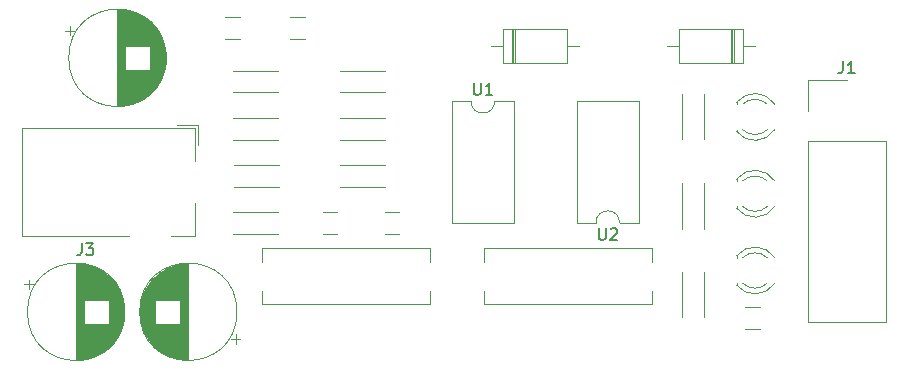
<source format=gbr>
%TF.GenerationSoftware,KiCad,Pcbnew,8.0.6*%
%TF.CreationDate,2024-11-02T03:13:20+03:00*%
%TF.ProjectId,kicad,6b696361-642e-46b6-9963-61645f706362,rev?*%
%TF.SameCoordinates,Original*%
%TF.FileFunction,Legend,Top*%
%TF.FilePolarity,Positive*%
%FSLAX46Y46*%
G04 Gerber Fmt 4.6, Leading zero omitted, Abs format (unit mm)*
G04 Created by KiCad (PCBNEW 8.0.6) date 2024-11-02 03:13:20*
%MOMM*%
%LPD*%
G01*
G04 APERTURE LIST*
%ADD10C,0.150000*%
%ADD11C,0.120000*%
G04 APERTURE END LIST*
D10*
X177008095Y-81404819D02*
X177008095Y-82214342D01*
X177008095Y-82214342D02*
X177055714Y-82309580D01*
X177055714Y-82309580D02*
X177103333Y-82357200D01*
X177103333Y-82357200D02*
X177198571Y-82404819D01*
X177198571Y-82404819D02*
X177389047Y-82404819D01*
X177389047Y-82404819D02*
X177484285Y-82357200D01*
X177484285Y-82357200D02*
X177531904Y-82309580D01*
X177531904Y-82309580D02*
X177579523Y-82214342D01*
X177579523Y-82214342D02*
X177579523Y-81404819D01*
X178008095Y-81500057D02*
X178055714Y-81452438D01*
X178055714Y-81452438D02*
X178150952Y-81404819D01*
X178150952Y-81404819D02*
X178389047Y-81404819D01*
X178389047Y-81404819D02*
X178484285Y-81452438D01*
X178484285Y-81452438D02*
X178531904Y-81500057D01*
X178531904Y-81500057D02*
X178579523Y-81595295D01*
X178579523Y-81595295D02*
X178579523Y-81690533D01*
X178579523Y-81690533D02*
X178531904Y-81833390D01*
X178531904Y-81833390D02*
X177960476Y-82404819D01*
X177960476Y-82404819D02*
X178579523Y-82404819D01*
X166428095Y-69124819D02*
X166428095Y-69934342D01*
X166428095Y-69934342D02*
X166475714Y-70029580D01*
X166475714Y-70029580D02*
X166523333Y-70077200D01*
X166523333Y-70077200D02*
X166618571Y-70124819D01*
X166618571Y-70124819D02*
X166809047Y-70124819D01*
X166809047Y-70124819D02*
X166904285Y-70077200D01*
X166904285Y-70077200D02*
X166951904Y-70029580D01*
X166951904Y-70029580D02*
X166999523Y-69934342D01*
X166999523Y-69934342D02*
X166999523Y-69124819D01*
X167999523Y-70124819D02*
X167428095Y-70124819D01*
X167713809Y-70124819D02*
X167713809Y-69124819D01*
X167713809Y-69124819D02*
X167618571Y-69267676D01*
X167618571Y-69267676D02*
X167523333Y-69362914D01*
X167523333Y-69362914D02*
X167428095Y-69410533D01*
X133216666Y-82704819D02*
X133216666Y-83419104D01*
X133216666Y-83419104D02*
X133169047Y-83561961D01*
X133169047Y-83561961D02*
X133073809Y-83657200D01*
X133073809Y-83657200D02*
X132930952Y-83704819D01*
X132930952Y-83704819D02*
X132835714Y-83704819D01*
X133597619Y-82704819D02*
X134216666Y-82704819D01*
X134216666Y-82704819D02*
X133883333Y-83085771D01*
X133883333Y-83085771D02*
X134026190Y-83085771D01*
X134026190Y-83085771D02*
X134121428Y-83133390D01*
X134121428Y-83133390D02*
X134169047Y-83181009D01*
X134169047Y-83181009D02*
X134216666Y-83276247D01*
X134216666Y-83276247D02*
X134216666Y-83514342D01*
X134216666Y-83514342D02*
X134169047Y-83609580D01*
X134169047Y-83609580D02*
X134121428Y-83657200D01*
X134121428Y-83657200D02*
X134026190Y-83704819D01*
X134026190Y-83704819D02*
X133740476Y-83704819D01*
X133740476Y-83704819D02*
X133645238Y-83657200D01*
X133645238Y-83657200D02*
X133597619Y-83609580D01*
X197666666Y-67304819D02*
X197666666Y-68019104D01*
X197666666Y-68019104D02*
X197619047Y-68161961D01*
X197619047Y-68161961D02*
X197523809Y-68257200D01*
X197523809Y-68257200D02*
X197380952Y-68304819D01*
X197380952Y-68304819D02*
X197285714Y-68304819D01*
X198666666Y-68304819D02*
X198095238Y-68304819D01*
X198380952Y-68304819D02*
X198380952Y-67304819D01*
X198380952Y-67304819D02*
X198285714Y-67447676D01*
X198285714Y-67447676D02*
X198190476Y-67542914D01*
X198190476Y-67542914D02*
X198095238Y-67590533D01*
D11*
%TO.C,D5*%
X188670000Y-70764000D02*
X188670000Y-70920000D01*
X188670000Y-73080000D02*
X188670000Y-73236000D01*
X188670000Y-70764484D02*
G75*
G02*
X191902335Y-70921392I1560000J-1235516D01*
G01*
X189189039Y-70920000D02*
G75*
G02*
X191271130Y-70920163I1040961J-1080000D01*
G01*
X191271130Y-73079837D02*
G75*
G02*
X189189039Y-73080000I-1041130J1079837D01*
G01*
X191902335Y-73078608D02*
G75*
G02*
X188670000Y-73235516I-1672335J1078608D01*
G01*
%TO.C,C5*%
X131840302Y-64685000D02*
X132640302Y-64685000D01*
X132240302Y-64285000D02*
X132240302Y-65085000D01*
X136250000Y-62920000D02*
X136250000Y-71080000D01*
X136290000Y-62920000D02*
X136290000Y-71080000D01*
X136330000Y-62920000D02*
X136330000Y-71080000D01*
X136370000Y-62921000D02*
X136370000Y-71079000D01*
X136410000Y-62923000D02*
X136410000Y-71077000D01*
X136450000Y-62924000D02*
X136450000Y-71076000D01*
X136490000Y-62926000D02*
X136490000Y-71074000D01*
X136530000Y-62929000D02*
X136530000Y-71071000D01*
X136570000Y-62932000D02*
X136570000Y-71068000D01*
X136610000Y-62935000D02*
X136610000Y-71065000D01*
X136650000Y-62939000D02*
X136650000Y-71061000D01*
X136690000Y-62943000D02*
X136690000Y-71057000D01*
X136730000Y-62948000D02*
X136730000Y-71052000D01*
X136770000Y-62952000D02*
X136770000Y-71048000D01*
X136810000Y-62958000D02*
X136810000Y-71042000D01*
X136850000Y-62963000D02*
X136850000Y-71037000D01*
X136890000Y-62970000D02*
X136890000Y-71030000D01*
X136930000Y-62976000D02*
X136930000Y-71024000D01*
X136971000Y-62983000D02*
X136971000Y-65960000D01*
X136971000Y-68040000D02*
X136971000Y-71017000D01*
X137011000Y-62990000D02*
X137011000Y-65960000D01*
X137011000Y-68040000D02*
X137011000Y-71010000D01*
X137051000Y-62998000D02*
X137051000Y-65960000D01*
X137051000Y-68040000D02*
X137051000Y-71002000D01*
X137091000Y-63006000D02*
X137091000Y-65960000D01*
X137091000Y-68040000D02*
X137091000Y-70994000D01*
X137131000Y-63015000D02*
X137131000Y-65960000D01*
X137131000Y-68040000D02*
X137131000Y-70985000D01*
X137171000Y-63024000D02*
X137171000Y-65960000D01*
X137171000Y-68040000D02*
X137171000Y-70976000D01*
X137211000Y-63033000D02*
X137211000Y-65960000D01*
X137211000Y-68040000D02*
X137211000Y-70967000D01*
X137251000Y-63043000D02*
X137251000Y-65960000D01*
X137251000Y-68040000D02*
X137251000Y-70957000D01*
X137291000Y-63053000D02*
X137291000Y-65960000D01*
X137291000Y-68040000D02*
X137291000Y-70947000D01*
X137331000Y-63064000D02*
X137331000Y-65960000D01*
X137331000Y-68040000D02*
X137331000Y-70936000D01*
X137371000Y-63075000D02*
X137371000Y-65960000D01*
X137371000Y-68040000D02*
X137371000Y-70925000D01*
X137411000Y-63086000D02*
X137411000Y-65960000D01*
X137411000Y-68040000D02*
X137411000Y-70914000D01*
X137451000Y-63098000D02*
X137451000Y-65960000D01*
X137451000Y-68040000D02*
X137451000Y-70902000D01*
X137491000Y-63111000D02*
X137491000Y-65960000D01*
X137491000Y-68040000D02*
X137491000Y-70889000D01*
X137531000Y-63123000D02*
X137531000Y-65960000D01*
X137531000Y-68040000D02*
X137531000Y-70877000D01*
X137571000Y-63137000D02*
X137571000Y-65960000D01*
X137571000Y-68040000D02*
X137571000Y-70863000D01*
X137611000Y-63150000D02*
X137611000Y-65960000D01*
X137611000Y-68040000D02*
X137611000Y-70850000D01*
X137651000Y-63165000D02*
X137651000Y-65960000D01*
X137651000Y-68040000D02*
X137651000Y-70835000D01*
X137691000Y-63179000D02*
X137691000Y-65960000D01*
X137691000Y-68040000D02*
X137691000Y-70821000D01*
X137731000Y-63195000D02*
X137731000Y-65960000D01*
X137731000Y-68040000D02*
X137731000Y-70805000D01*
X137771000Y-63210000D02*
X137771000Y-65960000D01*
X137771000Y-68040000D02*
X137771000Y-70790000D01*
X137811000Y-63226000D02*
X137811000Y-65960000D01*
X137811000Y-68040000D02*
X137811000Y-70774000D01*
X137851000Y-63243000D02*
X137851000Y-65960000D01*
X137851000Y-68040000D02*
X137851000Y-70757000D01*
X137891000Y-63260000D02*
X137891000Y-65960000D01*
X137891000Y-68040000D02*
X137891000Y-70740000D01*
X137931000Y-63278000D02*
X137931000Y-65960000D01*
X137931000Y-68040000D02*
X137931000Y-70722000D01*
X137971000Y-63296000D02*
X137971000Y-65960000D01*
X137971000Y-68040000D02*
X137971000Y-70704000D01*
X138011000Y-63314000D02*
X138011000Y-65960000D01*
X138011000Y-68040000D02*
X138011000Y-70686000D01*
X138051000Y-63334000D02*
X138051000Y-65960000D01*
X138051000Y-68040000D02*
X138051000Y-70666000D01*
X138091000Y-63353000D02*
X138091000Y-65960000D01*
X138091000Y-68040000D02*
X138091000Y-70647000D01*
X138131000Y-63373000D02*
X138131000Y-65960000D01*
X138131000Y-68040000D02*
X138131000Y-70627000D01*
X138171000Y-63394000D02*
X138171000Y-65960000D01*
X138171000Y-68040000D02*
X138171000Y-70606000D01*
X138211000Y-63416000D02*
X138211000Y-65960000D01*
X138211000Y-68040000D02*
X138211000Y-70584000D01*
X138251000Y-63438000D02*
X138251000Y-65960000D01*
X138251000Y-68040000D02*
X138251000Y-70562000D01*
X138291000Y-63460000D02*
X138291000Y-65960000D01*
X138291000Y-68040000D02*
X138291000Y-70540000D01*
X138331000Y-63483000D02*
X138331000Y-65960000D01*
X138331000Y-68040000D02*
X138331000Y-70517000D01*
X138371000Y-63507000D02*
X138371000Y-65960000D01*
X138371000Y-68040000D02*
X138371000Y-70493000D01*
X138411000Y-63531000D02*
X138411000Y-65960000D01*
X138411000Y-68040000D02*
X138411000Y-70469000D01*
X138451000Y-63556000D02*
X138451000Y-65960000D01*
X138451000Y-68040000D02*
X138451000Y-70444000D01*
X138491000Y-63582000D02*
X138491000Y-65960000D01*
X138491000Y-68040000D02*
X138491000Y-70418000D01*
X138531000Y-63608000D02*
X138531000Y-65960000D01*
X138531000Y-68040000D02*
X138531000Y-70392000D01*
X138571000Y-63635000D02*
X138571000Y-65960000D01*
X138571000Y-68040000D02*
X138571000Y-70365000D01*
X138611000Y-63662000D02*
X138611000Y-65960000D01*
X138611000Y-68040000D02*
X138611000Y-70338000D01*
X138651000Y-63691000D02*
X138651000Y-65960000D01*
X138651000Y-68040000D02*
X138651000Y-70309000D01*
X138691000Y-63720000D02*
X138691000Y-65960000D01*
X138691000Y-68040000D02*
X138691000Y-70280000D01*
X138731000Y-63750000D02*
X138731000Y-65960000D01*
X138731000Y-68040000D02*
X138731000Y-70250000D01*
X138771000Y-63780000D02*
X138771000Y-65960000D01*
X138771000Y-68040000D02*
X138771000Y-70220000D01*
X138811000Y-63811000D02*
X138811000Y-65960000D01*
X138811000Y-68040000D02*
X138811000Y-70189000D01*
X138851000Y-63844000D02*
X138851000Y-65960000D01*
X138851000Y-68040000D02*
X138851000Y-70156000D01*
X138891000Y-63876000D02*
X138891000Y-65960000D01*
X138891000Y-68040000D02*
X138891000Y-70124000D01*
X138931000Y-63910000D02*
X138931000Y-65960000D01*
X138931000Y-68040000D02*
X138931000Y-70090000D01*
X138971000Y-63945000D02*
X138971000Y-65960000D01*
X138971000Y-68040000D02*
X138971000Y-70055000D01*
X139011000Y-63981000D02*
X139011000Y-65960000D01*
X139011000Y-68040000D02*
X139011000Y-70019000D01*
X139051000Y-64017000D02*
X139051000Y-69983000D01*
X139091000Y-64055000D02*
X139091000Y-69945000D01*
X139131000Y-64093000D02*
X139131000Y-69907000D01*
X139171000Y-64133000D02*
X139171000Y-69867000D01*
X139211000Y-64174000D02*
X139211000Y-69826000D01*
X139251000Y-64216000D02*
X139251000Y-69784000D01*
X139291000Y-64259000D02*
X139291000Y-69741000D01*
X139331000Y-64303000D02*
X139331000Y-69697000D01*
X139371000Y-64349000D02*
X139371000Y-69651000D01*
X139411000Y-64396000D02*
X139411000Y-69604000D01*
X139451000Y-64444000D02*
X139451000Y-69556000D01*
X139491000Y-64495000D02*
X139491000Y-69505000D01*
X139531000Y-64546000D02*
X139531000Y-69454000D01*
X139571000Y-64600000D02*
X139571000Y-69400000D01*
X139611000Y-64655000D02*
X139611000Y-69345000D01*
X139651000Y-64713000D02*
X139651000Y-69287000D01*
X139691000Y-64772000D02*
X139691000Y-69228000D01*
X139731000Y-64834000D02*
X139731000Y-69166000D01*
X139771000Y-64898000D02*
X139771000Y-69102000D01*
X139811000Y-64966000D02*
X139811000Y-69034000D01*
X139851000Y-65036000D02*
X139851000Y-68964000D01*
X139891000Y-65110000D02*
X139891000Y-68890000D01*
X139931000Y-65187000D02*
X139931000Y-68813000D01*
X139971000Y-65269000D02*
X139971000Y-68731000D01*
X140011000Y-65355000D02*
X140011000Y-68645000D01*
X140051000Y-65448000D02*
X140051000Y-68552000D01*
X140091000Y-65547000D02*
X140091000Y-68453000D01*
X140131000Y-65654000D02*
X140131000Y-68346000D01*
X140171000Y-65771000D02*
X140171000Y-68229000D01*
X140211000Y-65902000D02*
X140211000Y-68098000D01*
X140251000Y-66052000D02*
X140251000Y-67948000D01*
X140291000Y-66232000D02*
X140291000Y-67768000D01*
X140331000Y-66467000D02*
X140331000Y-67533000D01*
X140370000Y-67000000D02*
G75*
G02*
X132130000Y-67000000I-4120000J0D01*
G01*
X132130000Y-67000000D02*
G75*
G02*
X140370000Y-67000000I4120000J0D01*
G01*
%TO.C,U2*%
X175120000Y-70670000D02*
X175120000Y-80950000D01*
X175120000Y-80950000D02*
X176770000Y-80950000D01*
X178770000Y-80950000D02*
X180420000Y-80950000D01*
X180420000Y-70670000D02*
X175120000Y-70670000D01*
X180420000Y-80950000D02*
X180420000Y-70670000D01*
X176770000Y-80950000D02*
G75*
G02*
X178770000Y-80950000I1000000J0D01*
G01*
%TO.C,R10*%
X184080000Y-73880000D02*
X184080000Y-70040000D01*
X185920000Y-73880000D02*
X185920000Y-70040000D01*
%TO.C,C2*%
X145371000Y-63580000D02*
X146629000Y-63580000D01*
X145371000Y-65420000D02*
X146629000Y-65420000D01*
%TO.C,R4*%
X184080000Y-77620000D02*
X184080000Y-81460000D01*
X185920000Y-77620000D02*
X185920000Y-81460000D01*
%TO.C,R5*%
X184080000Y-85120000D02*
X184080000Y-88960000D01*
X185920000Y-85120000D02*
X185920000Y-88960000D01*
%TO.C,U1*%
X164540000Y-70670000D02*
X164540000Y-80950000D01*
X164540000Y-80950000D02*
X169840000Y-80950000D01*
X166190000Y-70670000D02*
X164540000Y-70670000D01*
X169840000Y-70670000D02*
X168190000Y-70670000D01*
X169840000Y-80950000D02*
X169840000Y-70670000D01*
X168190000Y-70670000D02*
G75*
G02*
X166190000Y-70670000I-1000000J0D01*
G01*
%TO.C,R7*%
X146040000Y-80080000D02*
X149880000Y-80080000D01*
X146040000Y-81920000D02*
X149880000Y-81920000D01*
%TO.C,R3*%
X155080000Y-76080000D02*
X158920000Y-76080000D01*
X155080000Y-77920000D02*
X158920000Y-77920000D01*
%TO.C,D3*%
X188670000Y-83764000D02*
X188670000Y-83920000D01*
X188670000Y-86080000D02*
X188670000Y-86236000D01*
X188670000Y-83764484D02*
G75*
G02*
X191902335Y-83921392I1560000J-1235516D01*
G01*
X189189039Y-83920000D02*
G75*
G02*
X191271130Y-83920163I1040961J-1080000D01*
G01*
X191271130Y-86079837D02*
G75*
G02*
X189189039Y-86080000I-1041130J1079837D01*
G01*
X191902335Y-86078608D02*
G75*
G02*
X188670000Y-86235516I-1672335J1078608D01*
G01*
%TO.C,R9*%
X149880000Y-72080000D02*
X146040000Y-72080000D01*
X149880000Y-73920000D02*
X146040000Y-73920000D01*
%TO.C,D2*%
X188670000Y-77264000D02*
X188670000Y-77420000D01*
X188670000Y-79580000D02*
X188670000Y-79736000D01*
X188670000Y-77264484D02*
G75*
G02*
X191902335Y-77421392I1560000J-1235516D01*
G01*
X189189039Y-77420000D02*
G75*
G02*
X191271130Y-77420163I1040961J-1080000D01*
G01*
X191271130Y-79579837D02*
G75*
G02*
X189189039Y-79580000I-1041130J1079837D01*
G01*
X191902335Y-79578608D02*
G75*
G02*
X188670000Y-79735516I-1672335J1078608D01*
G01*
%TO.C,J3*%
X128200000Y-72900000D02*
X142800000Y-72900000D01*
X128200000Y-82100000D02*
X128200000Y-72900000D01*
X137200000Y-82100000D02*
X128200000Y-82100000D01*
X141300000Y-72660000D02*
X143040000Y-72660000D01*
X142800000Y-72900000D02*
X142800000Y-75700000D01*
X142800000Y-79300000D02*
X142800000Y-82100000D01*
X142800000Y-82100000D02*
X140800000Y-82100000D01*
X143040000Y-72660000D02*
X143040000Y-74400000D01*
%TO.C,R2*%
X155080000Y-72080000D02*
X158920000Y-72080000D01*
X155080000Y-73920000D02*
X158920000Y-73920000D01*
%TO.C,C1*%
X128340302Y-86185000D02*
X129140302Y-86185000D01*
X128740302Y-85785000D02*
X128740302Y-86585000D01*
X132750000Y-84420000D02*
X132750000Y-92580000D01*
X132790000Y-84420000D02*
X132790000Y-92580000D01*
X132830000Y-84420000D02*
X132830000Y-92580000D01*
X132870000Y-84421000D02*
X132870000Y-92579000D01*
X132910000Y-84423000D02*
X132910000Y-92577000D01*
X132950000Y-84424000D02*
X132950000Y-92576000D01*
X132990000Y-84426000D02*
X132990000Y-92574000D01*
X133030000Y-84429000D02*
X133030000Y-92571000D01*
X133070000Y-84432000D02*
X133070000Y-92568000D01*
X133110000Y-84435000D02*
X133110000Y-92565000D01*
X133150000Y-84439000D02*
X133150000Y-92561000D01*
X133190000Y-84443000D02*
X133190000Y-92557000D01*
X133230000Y-84448000D02*
X133230000Y-92552000D01*
X133270000Y-84452000D02*
X133270000Y-92548000D01*
X133310000Y-84458000D02*
X133310000Y-92542000D01*
X133350000Y-84463000D02*
X133350000Y-92537000D01*
X133390000Y-84470000D02*
X133390000Y-92530000D01*
X133430000Y-84476000D02*
X133430000Y-92524000D01*
X133471000Y-84483000D02*
X133471000Y-87460000D01*
X133471000Y-89540000D02*
X133471000Y-92517000D01*
X133511000Y-84490000D02*
X133511000Y-87460000D01*
X133511000Y-89540000D02*
X133511000Y-92510000D01*
X133551000Y-84498000D02*
X133551000Y-87460000D01*
X133551000Y-89540000D02*
X133551000Y-92502000D01*
X133591000Y-84506000D02*
X133591000Y-87460000D01*
X133591000Y-89540000D02*
X133591000Y-92494000D01*
X133631000Y-84515000D02*
X133631000Y-87460000D01*
X133631000Y-89540000D02*
X133631000Y-92485000D01*
X133671000Y-84524000D02*
X133671000Y-87460000D01*
X133671000Y-89540000D02*
X133671000Y-92476000D01*
X133711000Y-84533000D02*
X133711000Y-87460000D01*
X133711000Y-89540000D02*
X133711000Y-92467000D01*
X133751000Y-84543000D02*
X133751000Y-87460000D01*
X133751000Y-89540000D02*
X133751000Y-92457000D01*
X133791000Y-84553000D02*
X133791000Y-87460000D01*
X133791000Y-89540000D02*
X133791000Y-92447000D01*
X133831000Y-84564000D02*
X133831000Y-87460000D01*
X133831000Y-89540000D02*
X133831000Y-92436000D01*
X133871000Y-84575000D02*
X133871000Y-87460000D01*
X133871000Y-89540000D02*
X133871000Y-92425000D01*
X133911000Y-84586000D02*
X133911000Y-87460000D01*
X133911000Y-89540000D02*
X133911000Y-92414000D01*
X133951000Y-84598000D02*
X133951000Y-87460000D01*
X133951000Y-89540000D02*
X133951000Y-92402000D01*
X133991000Y-84611000D02*
X133991000Y-87460000D01*
X133991000Y-89540000D02*
X133991000Y-92389000D01*
X134031000Y-84623000D02*
X134031000Y-87460000D01*
X134031000Y-89540000D02*
X134031000Y-92377000D01*
X134071000Y-84637000D02*
X134071000Y-87460000D01*
X134071000Y-89540000D02*
X134071000Y-92363000D01*
X134111000Y-84650000D02*
X134111000Y-87460000D01*
X134111000Y-89540000D02*
X134111000Y-92350000D01*
X134151000Y-84665000D02*
X134151000Y-87460000D01*
X134151000Y-89540000D02*
X134151000Y-92335000D01*
X134191000Y-84679000D02*
X134191000Y-87460000D01*
X134191000Y-89540000D02*
X134191000Y-92321000D01*
X134231000Y-84695000D02*
X134231000Y-87460000D01*
X134231000Y-89540000D02*
X134231000Y-92305000D01*
X134271000Y-84710000D02*
X134271000Y-87460000D01*
X134271000Y-89540000D02*
X134271000Y-92290000D01*
X134311000Y-84726000D02*
X134311000Y-87460000D01*
X134311000Y-89540000D02*
X134311000Y-92274000D01*
X134351000Y-84743000D02*
X134351000Y-87460000D01*
X134351000Y-89540000D02*
X134351000Y-92257000D01*
X134391000Y-84760000D02*
X134391000Y-87460000D01*
X134391000Y-89540000D02*
X134391000Y-92240000D01*
X134431000Y-84778000D02*
X134431000Y-87460000D01*
X134431000Y-89540000D02*
X134431000Y-92222000D01*
X134471000Y-84796000D02*
X134471000Y-87460000D01*
X134471000Y-89540000D02*
X134471000Y-92204000D01*
X134511000Y-84814000D02*
X134511000Y-87460000D01*
X134511000Y-89540000D02*
X134511000Y-92186000D01*
X134551000Y-84834000D02*
X134551000Y-87460000D01*
X134551000Y-89540000D02*
X134551000Y-92166000D01*
X134591000Y-84853000D02*
X134591000Y-87460000D01*
X134591000Y-89540000D02*
X134591000Y-92147000D01*
X134631000Y-84873000D02*
X134631000Y-87460000D01*
X134631000Y-89540000D02*
X134631000Y-92127000D01*
X134671000Y-84894000D02*
X134671000Y-87460000D01*
X134671000Y-89540000D02*
X134671000Y-92106000D01*
X134711000Y-84916000D02*
X134711000Y-87460000D01*
X134711000Y-89540000D02*
X134711000Y-92084000D01*
X134751000Y-84938000D02*
X134751000Y-87460000D01*
X134751000Y-89540000D02*
X134751000Y-92062000D01*
X134791000Y-84960000D02*
X134791000Y-87460000D01*
X134791000Y-89540000D02*
X134791000Y-92040000D01*
X134831000Y-84983000D02*
X134831000Y-87460000D01*
X134831000Y-89540000D02*
X134831000Y-92017000D01*
X134871000Y-85007000D02*
X134871000Y-87460000D01*
X134871000Y-89540000D02*
X134871000Y-91993000D01*
X134911000Y-85031000D02*
X134911000Y-87460000D01*
X134911000Y-89540000D02*
X134911000Y-91969000D01*
X134951000Y-85056000D02*
X134951000Y-87460000D01*
X134951000Y-89540000D02*
X134951000Y-91944000D01*
X134991000Y-85082000D02*
X134991000Y-87460000D01*
X134991000Y-89540000D02*
X134991000Y-91918000D01*
X135031000Y-85108000D02*
X135031000Y-87460000D01*
X135031000Y-89540000D02*
X135031000Y-91892000D01*
X135071000Y-85135000D02*
X135071000Y-87460000D01*
X135071000Y-89540000D02*
X135071000Y-91865000D01*
X135111000Y-85162000D02*
X135111000Y-87460000D01*
X135111000Y-89540000D02*
X135111000Y-91838000D01*
X135151000Y-85191000D02*
X135151000Y-87460000D01*
X135151000Y-89540000D02*
X135151000Y-91809000D01*
X135191000Y-85220000D02*
X135191000Y-87460000D01*
X135191000Y-89540000D02*
X135191000Y-91780000D01*
X135231000Y-85250000D02*
X135231000Y-87460000D01*
X135231000Y-89540000D02*
X135231000Y-91750000D01*
X135271000Y-85280000D02*
X135271000Y-87460000D01*
X135271000Y-89540000D02*
X135271000Y-91720000D01*
X135311000Y-85311000D02*
X135311000Y-87460000D01*
X135311000Y-89540000D02*
X135311000Y-91689000D01*
X135351000Y-85344000D02*
X135351000Y-87460000D01*
X135351000Y-89540000D02*
X135351000Y-91656000D01*
X135391000Y-85376000D02*
X135391000Y-87460000D01*
X135391000Y-89540000D02*
X135391000Y-91624000D01*
X135431000Y-85410000D02*
X135431000Y-87460000D01*
X135431000Y-89540000D02*
X135431000Y-91590000D01*
X135471000Y-85445000D02*
X135471000Y-87460000D01*
X135471000Y-89540000D02*
X135471000Y-91555000D01*
X135511000Y-85481000D02*
X135511000Y-87460000D01*
X135511000Y-89540000D02*
X135511000Y-91519000D01*
X135551000Y-85517000D02*
X135551000Y-91483000D01*
X135591000Y-85555000D02*
X135591000Y-91445000D01*
X135631000Y-85593000D02*
X135631000Y-91407000D01*
X135671000Y-85633000D02*
X135671000Y-91367000D01*
X135711000Y-85674000D02*
X135711000Y-91326000D01*
X135751000Y-85716000D02*
X135751000Y-91284000D01*
X135791000Y-85759000D02*
X135791000Y-91241000D01*
X135831000Y-85803000D02*
X135831000Y-91197000D01*
X135871000Y-85849000D02*
X135871000Y-91151000D01*
X135911000Y-85896000D02*
X135911000Y-91104000D01*
X135951000Y-85944000D02*
X135951000Y-91056000D01*
X135991000Y-85995000D02*
X135991000Y-91005000D01*
X136031000Y-86046000D02*
X136031000Y-90954000D01*
X136071000Y-86100000D02*
X136071000Y-90900000D01*
X136111000Y-86155000D02*
X136111000Y-90845000D01*
X136151000Y-86213000D02*
X136151000Y-90787000D01*
X136191000Y-86272000D02*
X136191000Y-90728000D01*
X136231000Y-86334000D02*
X136231000Y-90666000D01*
X136271000Y-86398000D02*
X136271000Y-90602000D01*
X136311000Y-86466000D02*
X136311000Y-90534000D01*
X136351000Y-86536000D02*
X136351000Y-90464000D01*
X136391000Y-86610000D02*
X136391000Y-90390000D01*
X136431000Y-86687000D02*
X136431000Y-90313000D01*
X136471000Y-86769000D02*
X136471000Y-90231000D01*
X136511000Y-86855000D02*
X136511000Y-90145000D01*
X136551000Y-86948000D02*
X136551000Y-90052000D01*
X136591000Y-87047000D02*
X136591000Y-89953000D01*
X136631000Y-87154000D02*
X136631000Y-89846000D01*
X136671000Y-87271000D02*
X136671000Y-89729000D01*
X136711000Y-87402000D02*
X136711000Y-89598000D01*
X136751000Y-87552000D02*
X136751000Y-89448000D01*
X136791000Y-87732000D02*
X136791000Y-89268000D01*
X136831000Y-87967000D02*
X136831000Y-89033000D01*
X136870000Y-88500000D02*
G75*
G02*
X128630000Y-88500000I-4120000J0D01*
G01*
X128630000Y-88500000D02*
G75*
G02*
X136870000Y-88500000I4120000J0D01*
G01*
%TO.C,C7*%
X153621000Y-80080000D02*
X154879000Y-80080000D01*
X153621000Y-81920000D02*
X154879000Y-81920000D01*
%TO.C,R6*%
X146080000Y-76080000D02*
X149920000Y-76080000D01*
X146080000Y-77920000D02*
X149920000Y-77920000D01*
%TO.C,J1*%
X194715000Y-68850000D02*
X198000000Y-68850000D01*
X194715000Y-71500000D02*
X194715000Y-68850000D01*
X194715000Y-74040000D02*
X194715000Y-89390000D01*
X194715000Y-74040000D02*
X201285000Y-74040000D01*
X194715000Y-89390000D02*
X201285000Y-89390000D01*
X201285000Y-74040000D02*
X201285000Y-89390000D01*
%TO.C,C3*%
X152129000Y-63580000D02*
X150871000Y-63580000D01*
X152129000Y-65420000D02*
X150871000Y-65420000D01*
%TO.C,D4*%
X182760000Y-66000000D02*
X183780000Y-66000000D01*
X183780000Y-64530000D02*
X183780000Y-67470000D01*
X183780000Y-67470000D02*
X189220000Y-67470000D01*
X188200000Y-67470000D02*
X188200000Y-64530000D01*
X188320000Y-67470000D02*
X188320000Y-64530000D01*
X188440000Y-67470000D02*
X188440000Y-64530000D01*
X189220000Y-64530000D02*
X183780000Y-64530000D01*
X189220000Y-67470000D02*
X189220000Y-64530000D01*
X190240000Y-66000000D02*
X189220000Y-66000000D01*
%TO.C,L2*%
X167260000Y-83130000D02*
X181500000Y-83130000D01*
X167260000Y-84260000D02*
X167260000Y-83130000D01*
X167260000Y-86740000D02*
X167260000Y-87870000D01*
X167260000Y-87870000D02*
X181500000Y-87870000D01*
X181500000Y-83130000D02*
X181500000Y-84260000D01*
X181500000Y-87870000D02*
X181500000Y-86740000D01*
%TO.C,R8*%
X146040000Y-68080000D02*
X149880000Y-68080000D01*
X146040000Y-69920000D02*
X149880000Y-69920000D01*
%TO.C,D1*%
X167840000Y-66000000D02*
X168860000Y-66000000D01*
X168860000Y-64530000D02*
X168860000Y-67470000D01*
X168860000Y-67470000D02*
X174300000Y-67470000D01*
X169640000Y-64530000D02*
X169640000Y-67470000D01*
X169760000Y-64530000D02*
X169760000Y-67470000D01*
X169880000Y-64530000D02*
X169880000Y-67470000D01*
X174300000Y-64530000D02*
X168860000Y-64530000D01*
X174300000Y-67470000D02*
X174300000Y-64530000D01*
X175320000Y-66000000D02*
X174300000Y-66000000D01*
%TO.C,C8*%
X138169000Y-89033000D02*
X138169000Y-87967000D01*
X138209000Y-89268000D02*
X138209000Y-87732000D01*
X138249000Y-89448000D02*
X138249000Y-87552000D01*
X138289000Y-89598000D02*
X138289000Y-87402000D01*
X138329000Y-89729000D02*
X138329000Y-87271000D01*
X138369000Y-89846000D02*
X138369000Y-87154000D01*
X138409000Y-89953000D02*
X138409000Y-87047000D01*
X138449000Y-90052000D02*
X138449000Y-86948000D01*
X138489000Y-90145000D02*
X138489000Y-86855000D01*
X138529000Y-90231000D02*
X138529000Y-86769000D01*
X138569000Y-90313000D02*
X138569000Y-86687000D01*
X138609000Y-90390000D02*
X138609000Y-86610000D01*
X138649000Y-90464000D02*
X138649000Y-86536000D01*
X138689000Y-90534000D02*
X138689000Y-86466000D01*
X138729000Y-90602000D02*
X138729000Y-86398000D01*
X138769000Y-90666000D02*
X138769000Y-86334000D01*
X138809000Y-90728000D02*
X138809000Y-86272000D01*
X138849000Y-90787000D02*
X138849000Y-86213000D01*
X138889000Y-90845000D02*
X138889000Y-86155000D01*
X138929000Y-90900000D02*
X138929000Y-86100000D01*
X138969000Y-90954000D02*
X138969000Y-86046000D01*
X139009000Y-91005000D02*
X139009000Y-85995000D01*
X139049000Y-91056000D02*
X139049000Y-85944000D01*
X139089000Y-91104000D02*
X139089000Y-85896000D01*
X139129000Y-91151000D02*
X139129000Y-85849000D01*
X139169000Y-91197000D02*
X139169000Y-85803000D01*
X139209000Y-91241000D02*
X139209000Y-85759000D01*
X139249000Y-91284000D02*
X139249000Y-85716000D01*
X139289000Y-91326000D02*
X139289000Y-85674000D01*
X139329000Y-91367000D02*
X139329000Y-85633000D01*
X139369000Y-91407000D02*
X139369000Y-85593000D01*
X139409000Y-91445000D02*
X139409000Y-85555000D01*
X139449000Y-91483000D02*
X139449000Y-85517000D01*
X139489000Y-87460000D02*
X139489000Y-85481000D01*
X139489000Y-91519000D02*
X139489000Y-89540000D01*
X139529000Y-87460000D02*
X139529000Y-85445000D01*
X139529000Y-91555000D02*
X139529000Y-89540000D01*
X139569000Y-87460000D02*
X139569000Y-85410000D01*
X139569000Y-91590000D02*
X139569000Y-89540000D01*
X139609000Y-87460000D02*
X139609000Y-85376000D01*
X139609000Y-91624000D02*
X139609000Y-89540000D01*
X139649000Y-87460000D02*
X139649000Y-85344000D01*
X139649000Y-91656000D02*
X139649000Y-89540000D01*
X139689000Y-87460000D02*
X139689000Y-85311000D01*
X139689000Y-91689000D02*
X139689000Y-89540000D01*
X139729000Y-87460000D02*
X139729000Y-85280000D01*
X139729000Y-91720000D02*
X139729000Y-89540000D01*
X139769000Y-87460000D02*
X139769000Y-85250000D01*
X139769000Y-91750000D02*
X139769000Y-89540000D01*
X139809000Y-87460000D02*
X139809000Y-85220000D01*
X139809000Y-91780000D02*
X139809000Y-89540000D01*
X139849000Y-87460000D02*
X139849000Y-85191000D01*
X139849000Y-91809000D02*
X139849000Y-89540000D01*
X139889000Y-87460000D02*
X139889000Y-85162000D01*
X139889000Y-91838000D02*
X139889000Y-89540000D01*
X139929000Y-87460000D02*
X139929000Y-85135000D01*
X139929000Y-91865000D02*
X139929000Y-89540000D01*
X139969000Y-87460000D02*
X139969000Y-85108000D01*
X139969000Y-91892000D02*
X139969000Y-89540000D01*
X140009000Y-87460000D02*
X140009000Y-85082000D01*
X140009000Y-91918000D02*
X140009000Y-89540000D01*
X140049000Y-87460000D02*
X140049000Y-85056000D01*
X140049000Y-91944000D02*
X140049000Y-89540000D01*
X140089000Y-87460000D02*
X140089000Y-85031000D01*
X140089000Y-91969000D02*
X140089000Y-89540000D01*
X140129000Y-87460000D02*
X140129000Y-85007000D01*
X140129000Y-91993000D02*
X140129000Y-89540000D01*
X140169000Y-87460000D02*
X140169000Y-84983000D01*
X140169000Y-92017000D02*
X140169000Y-89540000D01*
X140209000Y-87460000D02*
X140209000Y-84960000D01*
X140209000Y-92040000D02*
X140209000Y-89540000D01*
X140249000Y-87460000D02*
X140249000Y-84938000D01*
X140249000Y-92062000D02*
X140249000Y-89540000D01*
X140289000Y-87460000D02*
X140289000Y-84916000D01*
X140289000Y-92084000D02*
X140289000Y-89540000D01*
X140329000Y-87460000D02*
X140329000Y-84894000D01*
X140329000Y-92106000D02*
X140329000Y-89540000D01*
X140369000Y-87460000D02*
X140369000Y-84873000D01*
X140369000Y-92127000D02*
X140369000Y-89540000D01*
X140409000Y-87460000D02*
X140409000Y-84853000D01*
X140409000Y-92147000D02*
X140409000Y-89540000D01*
X140449000Y-87460000D02*
X140449000Y-84834000D01*
X140449000Y-92166000D02*
X140449000Y-89540000D01*
X140489000Y-87460000D02*
X140489000Y-84814000D01*
X140489000Y-92186000D02*
X140489000Y-89540000D01*
X140529000Y-87460000D02*
X140529000Y-84796000D01*
X140529000Y-92204000D02*
X140529000Y-89540000D01*
X140569000Y-87460000D02*
X140569000Y-84778000D01*
X140569000Y-92222000D02*
X140569000Y-89540000D01*
X140609000Y-87460000D02*
X140609000Y-84760000D01*
X140609000Y-92240000D02*
X140609000Y-89540000D01*
X140649000Y-87460000D02*
X140649000Y-84743000D01*
X140649000Y-92257000D02*
X140649000Y-89540000D01*
X140689000Y-87460000D02*
X140689000Y-84726000D01*
X140689000Y-92274000D02*
X140689000Y-89540000D01*
X140729000Y-87460000D02*
X140729000Y-84710000D01*
X140729000Y-92290000D02*
X140729000Y-89540000D01*
X140769000Y-87460000D02*
X140769000Y-84695000D01*
X140769000Y-92305000D02*
X140769000Y-89540000D01*
X140809000Y-87460000D02*
X140809000Y-84679000D01*
X140809000Y-92321000D02*
X140809000Y-89540000D01*
X140849000Y-87460000D02*
X140849000Y-84665000D01*
X140849000Y-92335000D02*
X140849000Y-89540000D01*
X140889000Y-87460000D02*
X140889000Y-84650000D01*
X140889000Y-92350000D02*
X140889000Y-89540000D01*
X140929000Y-87460000D02*
X140929000Y-84637000D01*
X140929000Y-92363000D02*
X140929000Y-89540000D01*
X140969000Y-87460000D02*
X140969000Y-84623000D01*
X140969000Y-92377000D02*
X140969000Y-89540000D01*
X141009000Y-87460000D02*
X141009000Y-84611000D01*
X141009000Y-92389000D02*
X141009000Y-89540000D01*
X141049000Y-87460000D02*
X141049000Y-84598000D01*
X141049000Y-92402000D02*
X141049000Y-89540000D01*
X141089000Y-87460000D02*
X141089000Y-84586000D01*
X141089000Y-92414000D02*
X141089000Y-89540000D01*
X141129000Y-87460000D02*
X141129000Y-84575000D01*
X141129000Y-92425000D02*
X141129000Y-89540000D01*
X141169000Y-87460000D02*
X141169000Y-84564000D01*
X141169000Y-92436000D02*
X141169000Y-89540000D01*
X141209000Y-87460000D02*
X141209000Y-84553000D01*
X141209000Y-92447000D02*
X141209000Y-89540000D01*
X141249000Y-87460000D02*
X141249000Y-84543000D01*
X141249000Y-92457000D02*
X141249000Y-89540000D01*
X141289000Y-87460000D02*
X141289000Y-84533000D01*
X141289000Y-92467000D02*
X141289000Y-89540000D01*
X141329000Y-87460000D02*
X141329000Y-84524000D01*
X141329000Y-92476000D02*
X141329000Y-89540000D01*
X141369000Y-87460000D02*
X141369000Y-84515000D01*
X141369000Y-92485000D02*
X141369000Y-89540000D01*
X141409000Y-87460000D02*
X141409000Y-84506000D01*
X141409000Y-92494000D02*
X141409000Y-89540000D01*
X141449000Y-87460000D02*
X141449000Y-84498000D01*
X141449000Y-92502000D02*
X141449000Y-89540000D01*
X141489000Y-87460000D02*
X141489000Y-84490000D01*
X141489000Y-92510000D02*
X141489000Y-89540000D01*
X141529000Y-87460000D02*
X141529000Y-84483000D01*
X141529000Y-92517000D02*
X141529000Y-89540000D01*
X141570000Y-92524000D02*
X141570000Y-84476000D01*
X141610000Y-92530000D02*
X141610000Y-84470000D01*
X141650000Y-92537000D02*
X141650000Y-84463000D01*
X141690000Y-92542000D02*
X141690000Y-84458000D01*
X141730000Y-92548000D02*
X141730000Y-84452000D01*
X141770000Y-92552000D02*
X141770000Y-84448000D01*
X141810000Y-92557000D02*
X141810000Y-84443000D01*
X141850000Y-92561000D02*
X141850000Y-84439000D01*
X141890000Y-92565000D02*
X141890000Y-84435000D01*
X141930000Y-92568000D02*
X141930000Y-84432000D01*
X141970000Y-92571000D02*
X141970000Y-84429000D01*
X142010000Y-92574000D02*
X142010000Y-84426000D01*
X142050000Y-92576000D02*
X142050000Y-84424000D01*
X142090000Y-92577000D02*
X142090000Y-84423000D01*
X142130000Y-92579000D02*
X142130000Y-84421000D01*
X142170000Y-92580000D02*
X142170000Y-84420000D01*
X142210000Y-92580000D02*
X142210000Y-84420000D01*
X142250000Y-92580000D02*
X142250000Y-84420000D01*
X146259698Y-91215000D02*
X146259698Y-90415000D01*
X146659698Y-90815000D02*
X145859698Y-90815000D01*
X146370000Y-88500000D02*
G75*
G02*
X138130000Y-88500000I-4120000J0D01*
G01*
X138130000Y-88500000D02*
G75*
G02*
X146370000Y-88500000I4120000J0D01*
G01*
%TO.C,L1*%
X148500000Y-83130000D02*
X162740000Y-83130000D01*
X148500000Y-84260000D02*
X148500000Y-83130000D01*
X148500000Y-86740000D02*
X148500000Y-87870000D01*
X148500000Y-87870000D02*
X162740000Y-87870000D01*
X162740000Y-83130000D02*
X162740000Y-84260000D01*
X162740000Y-87870000D02*
X162740000Y-86740000D01*
%TO.C,C4*%
X158871000Y-80080000D02*
X160129000Y-80080000D01*
X158871000Y-81920000D02*
X160129000Y-81920000D01*
%TO.C,R1*%
X158920000Y-68080000D02*
X155080000Y-68080000D01*
X158920000Y-69920000D02*
X155080000Y-69920000D01*
%TO.C,C6*%
X189371000Y-88080000D02*
X190629000Y-88080000D01*
X189371000Y-89920000D02*
X190629000Y-89920000D01*
%TD*%
M02*

</source>
